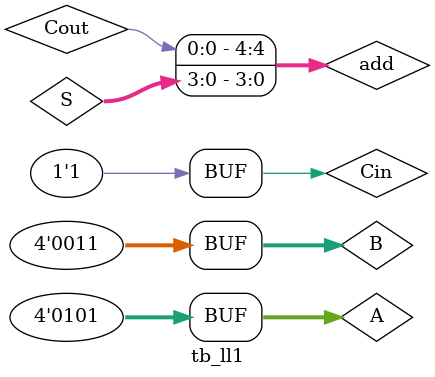
<source format=v>
module tb_ll1;
  reg [3:0]A, B; 
  reg Cin;
  wire [3:0] S;
  wire Cout;
  wire[4:0] add;
  
  ll1 cla(A, B, Cin, S, Cout);
  
  assign add = {Cout, S};
  initial begin
  $dumpfile("ll1.vcd");
  $dumpvars(1);
    $monitor("A = %b: B = %b, Cin = %b --> S = %b, Cout = %b, Addition = %0d", A, B, Cin, S, Cout, add);
    A = 1; B = 0; Cin = 0; #3;
    A = 2; B = 4; Cin = 1; #3;
    A = 4'hb; B = 4'h6; Cin = 0; #3;
    A = 5; B = 3; Cin = 1;
  end
endmodule
</source>
